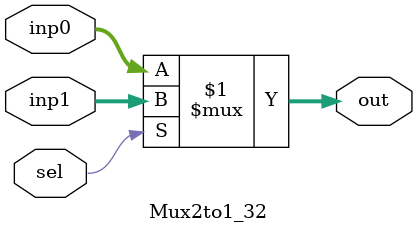
<source format=v>
module Mux2to1_32 (inp0, inp1, sel, out);
input [31:0] inp0;
input [31:0] inp1;
input sel;
output [31:0] out;

	assign out = sel? inp1: inp0;

endmodule 
</source>
